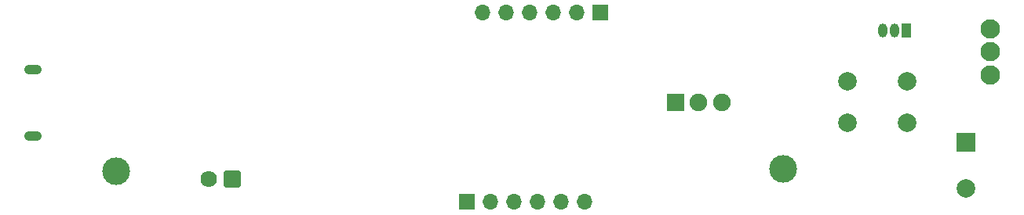
<source format=gbr>
%TF.GenerationSoftware,KiCad,Pcbnew,7.0.5*%
%TF.CreationDate,2023-10-18T15:34:20+03:00*%
%TF.ProjectId,Flashlight,466c6173-686c-4696-9768-742e6b696361,rev?*%
%TF.SameCoordinates,Original*%
%TF.FileFunction,Soldermask,Bot*%
%TF.FilePolarity,Negative*%
%FSLAX46Y46*%
G04 Gerber Fmt 4.6, Leading zero omitted, Abs format (unit mm)*
G04 Created by KiCad (PCBNEW 7.0.5) date 2023-10-18 15:34:20*
%MOMM*%
%LPD*%
G01*
G04 APERTURE LIST*
G04 Aperture macros list*
%AMRoundRect*
0 Rectangle with rounded corners*
0 $1 Rounding radius*
0 $2 $3 $4 $5 $6 $7 $8 $9 X,Y pos of 4 corners*
0 Add a 4 corners polygon primitive as box body*
4,1,4,$2,$3,$4,$5,$6,$7,$8,$9,$2,$3,0*
0 Add four circle primitives for the rounded corners*
1,1,$1+$1,$2,$3*
1,1,$1+$1,$4,$5*
1,1,$1+$1,$6,$7*
1,1,$1+$1,$8,$9*
0 Add four rect primitives between the rounded corners*
20,1,$1+$1,$2,$3,$4,$5,0*
20,1,$1+$1,$4,$5,$6,$7,0*
20,1,$1+$1,$6,$7,$8,$9,0*
20,1,$1+$1,$8,$9,$2,$3,0*%
G04 Aperture macros list end*
%ADD10R,2.000000X2.000000*%
%ADD11C,2.000000*%
%ADD12C,2.100000*%
%ADD13R,1.900000X1.900000*%
%ADD14C,1.900000*%
%ADD15R,1.700000X1.700000*%
%ADD16O,1.700000X1.700000*%
%ADD17O,1.900000X1.050000*%
%ADD18C,3.000000*%
%ADD19R,1.000000X1.500000*%
%ADD20O,1.000000X1.500000*%
%ADD21RoundRect,0.102000X-0.787500X-0.787500X0.787500X-0.787500X0.787500X0.787500X-0.787500X0.787500X0*%
%ADD22C,1.779000*%
G04 APERTURE END LIST*
D10*
%TO.C,C6*%
X183700000Y-122500000D03*
D11*
X183700000Y-127500000D03*
%TD*%
D12*
%TO.C,J4*%
X186250000Y-115250000D03*
X186250000Y-112750000D03*
X186250000Y-110250000D03*
%TD*%
D13*
%TO.C,S1*%
X152300000Y-118200000D03*
D14*
X154800000Y-118200000D03*
X157300000Y-118200000D03*
%TD*%
D15*
%TO.C,J5*%
X129840000Y-129000000D03*
D16*
X132380000Y-129000000D03*
X134920000Y-129000000D03*
X137460000Y-129000000D03*
X140000000Y-129000000D03*
X142540000Y-129000000D03*
%TD*%
D17*
%TO.C,J1*%
X83020000Y-114675000D03*
X83020000Y-121825000D03*
%TD*%
D18*
%TO.C,H2*%
X163900000Y-125400000D03*
%TD*%
%TO.C,H1*%
X92000000Y-125700000D03*
%TD*%
D19*
%TO.C,Q1*%
X177220000Y-110400000D03*
D20*
X175950000Y-110400000D03*
X174680000Y-110400000D03*
%TD*%
D15*
%TO.C,J6*%
X144250000Y-108500000D03*
D16*
X141710000Y-108500000D03*
X139170000Y-108500000D03*
X136630000Y-108500000D03*
X134090000Y-108500000D03*
X131550000Y-108500000D03*
%TD*%
D11*
%TO.C,SW1*%
X170850000Y-115950000D03*
X177350000Y-115950000D03*
X170850000Y-120450000D03*
X177350000Y-120450000D03*
%TD*%
D21*
%TO.C,J3*%
X104500000Y-126500000D03*
D22*
X102000000Y-126500000D03*
%TD*%
M02*

</source>
